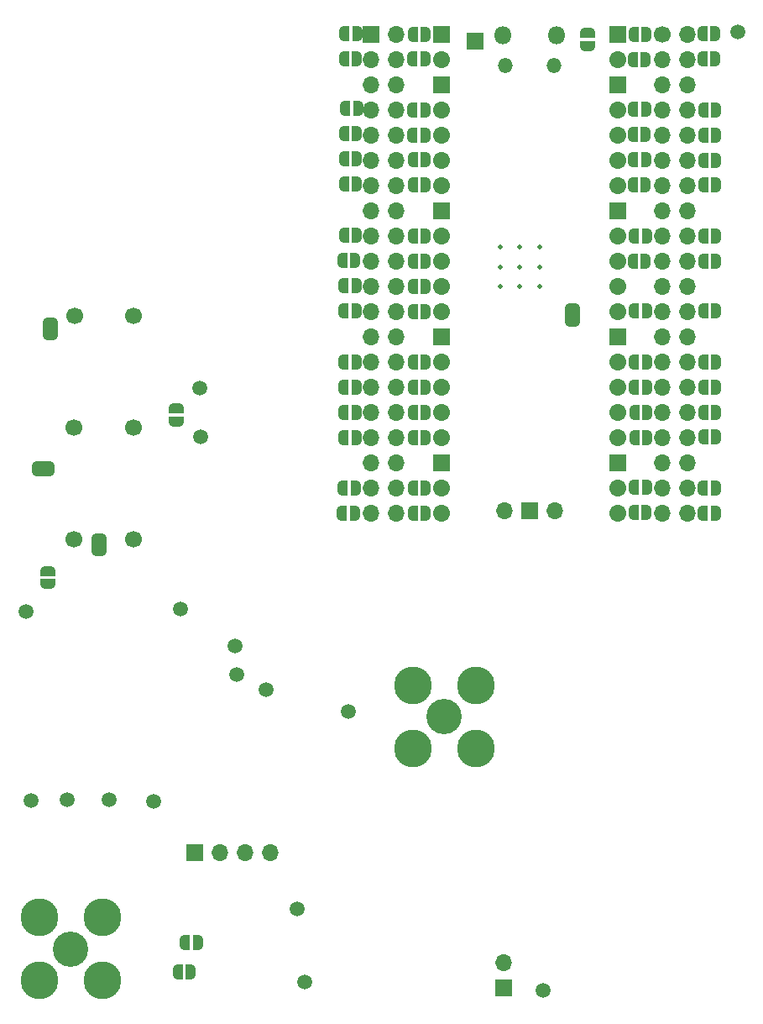
<source format=gbr>
%TF.GenerationSoftware,KiCad,Pcbnew,9.0.7-9.0.7~ubuntu24.04.1*%
%TF.CreationDate,2026-02-03T19:31:40-08:00*%
%TF.ProjectId,Frohne,46726f68-6e65-42e6-9b69-6361645f7063,rev?*%
%TF.SameCoordinates,Original*%
%TF.FileFunction,Soldermask,Bot*%
%TF.FilePolarity,Negative*%
%FSLAX46Y46*%
G04 Gerber Fmt 4.6, Leading zero omitted, Abs format (unit mm)*
G04 Created by KiCad (PCBNEW 9.0.7-9.0.7~ubuntu24.04.1) date 2026-02-03 19:31:40*
%MOMM*%
%LPD*%
G01*
G04 APERTURE LIST*
G04 Aperture macros list*
%AMFreePoly0*
4,1,23,0.500000,-0.750000,0.000000,-0.750000,0.000000,-0.745722,-0.065263,-0.745722,-0.191342,-0.711940,-0.304381,-0.646677,-0.396677,-0.554381,-0.461940,-0.441342,-0.495722,-0.315263,-0.495722,-0.250000,-0.500000,-0.250000,-0.500000,0.250000,-0.495722,0.250000,-0.495722,0.315263,-0.461940,0.441342,-0.396677,0.554381,-0.304381,0.646677,-0.191342,0.711940,-0.065263,0.745722,0.000000,0.745722,
0.000000,0.750000,0.500000,0.750000,0.500000,-0.750000,0.500000,-0.750000,$1*%
%AMFreePoly1*
4,1,23,0.000000,0.745722,0.065263,0.745722,0.191342,0.711940,0.304381,0.646677,0.396677,0.554381,0.461940,0.441342,0.495722,0.315263,0.495722,0.250000,0.500000,0.250000,0.500000,-0.250000,0.495722,-0.250000,0.495722,-0.315263,0.461940,-0.441342,0.396677,-0.554381,0.304381,-0.646677,0.191342,-0.711940,0.065263,-0.745722,0.000000,-0.745722,0.000000,-0.750000,-0.500000,-0.750000,
-0.500000,0.750000,0.000000,0.750000,0.000000,0.745722,0.000000,0.745722,$1*%
G04 Aperture macros list end*
%ADD10C,0.500000*%
%ADD11C,1.500000*%
%ADD12C,3.556000*%
%ADD13C,3.810000*%
%ADD14R,1.700000X1.700000*%
%ADD15O,1.700000X1.700000*%
%ADD16C,1.700000*%
%ADD17O,1.800000X1.800000*%
%ADD18O,1.500000X1.500000*%
%ADD19FreePoly0,180.000000*%
%ADD20FreePoly1,180.000000*%
%ADD21FreePoly0,270.000000*%
%ADD22FreePoly1,270.000000*%
%ADD23FreePoly0,90.000000*%
%ADD24FreePoly1,90.000000*%
G04 APERTURE END LIST*
%TO.C,e3*%
G36*
X104180000Y-62130000D02*
G01*
X105680000Y-62130000D01*
X105680000Y-62430000D01*
X104180000Y-62430000D01*
X104180000Y-62130000D01*
G37*
%TO.C,e5*%
G36*
X109120000Y-83920000D02*
G01*
X110620000Y-83920000D01*
X110620000Y-84220000D01*
X109120000Y-84220000D01*
X109120000Y-83920000D01*
G37*
%TO.C,JP2*%
G36*
X158340000Y-61030000D02*
G01*
X156840000Y-61030000D01*
X156840000Y-60730000D01*
X158340000Y-60730000D01*
X158340000Y-61030000D01*
G37*
%TO.C,e4*%
G36*
X104360000Y-75640000D02*
G01*
X104060000Y-75640000D01*
X104060000Y-77140000D01*
X104360000Y-77140000D01*
X104360000Y-75640000D01*
G37*
%TD*%
D10*
%TO.C,U6*%
X150310000Y-58050000D03*
X152310000Y-58050000D03*
X154310000Y-58050000D03*
X150310000Y-56050000D03*
X152310000Y-56050000D03*
X154310000Y-56050000D03*
X150310000Y-54050000D03*
X152310000Y-54050000D03*
X154310000Y-54050000D03*
%TD*%
D11*
%TO.C,TP1*%
X120060000Y-68290000D03*
%TD*%
D12*
%TO.C,J11*%
X107005000Y-124815000D03*
D13*
X103830000Y-121640000D03*
X103830000Y-127990000D03*
X110180000Y-121640000D03*
X110180000Y-127990000D03*
%TD*%
D11*
%TO.C,TP10*%
X123600000Y-94220000D03*
%TD*%
%TO.C,TP14*%
X103030000Y-109840000D03*
%TD*%
D14*
%TO.C,Je3*%
X119480000Y-115080000D03*
D15*
X122020000Y-115080000D03*
X124560000Y-115080000D03*
X127100000Y-115080000D03*
%TD*%
D14*
%TO.C,J5*%
X150650000Y-128750000D03*
D15*
X150650000Y-126210000D03*
%TD*%
D11*
%TO.C,TP25*%
X174310000Y-32350000D03*
%TD*%
%TO.C,TP12*%
X154660000Y-128960000D03*
%TD*%
D15*
%TO.C,J3*%
X166680000Y-80840000D03*
X169220000Y-80840000D03*
X166680000Y-78300000D03*
X169220000Y-78300000D03*
X166680000Y-75760000D03*
X169220000Y-75760000D03*
X166680000Y-73220000D03*
X169220000Y-73220000D03*
X166680000Y-70680000D03*
X169220000Y-70680000D03*
X166680000Y-68140000D03*
X169220000Y-68140000D03*
X166680000Y-65600000D03*
X169220000Y-65600000D03*
X166680000Y-63060000D03*
X169220000Y-63060000D03*
X166680000Y-60520000D03*
X169220000Y-60520000D03*
X166680000Y-57980000D03*
X169220000Y-57980000D03*
X166680000Y-55440000D03*
X169220000Y-55440000D03*
X166680000Y-52900000D03*
X169220000Y-52900000D03*
X166680000Y-50360000D03*
X169220000Y-50360000D03*
X166680000Y-47820000D03*
X169220000Y-47820000D03*
X166680000Y-45280000D03*
X169220000Y-45280000D03*
X166680000Y-42740000D03*
X169220000Y-42740000D03*
X166680000Y-40200000D03*
X169220000Y-40200000D03*
X166680000Y-37660000D03*
X169220000Y-37660000D03*
X166680000Y-35120000D03*
X169220000Y-35120000D03*
D16*
X166680000Y-32580000D03*
D15*
X169220000Y-32580000D03*
%TD*%
D11*
%TO.C,TP18*%
X102460000Y-90740000D03*
%TD*%
%TO.C,TP2*%
X120110000Y-73130000D03*
%TD*%
D16*
%TO.C,J9*%
X107370000Y-60950000D03*
X113370000Y-60950000D03*
%TD*%
D17*
%TO.C,U3*%
X150565000Y-32730000D03*
D18*
X150865000Y-35760000D03*
X155715000Y-35760000D03*
D17*
X156015000Y-32730000D03*
D15*
X144400000Y-32600000D03*
X144400000Y-35140000D03*
D14*
X144400000Y-37680000D03*
D15*
X144400000Y-40220000D03*
X144400000Y-42760000D03*
X144400000Y-45300000D03*
X144400000Y-47840000D03*
D14*
X144400000Y-50380000D03*
D15*
X144400000Y-52920000D03*
X144400000Y-55460000D03*
X144400000Y-58000000D03*
X144400000Y-60540000D03*
D14*
X144400000Y-63080000D03*
D15*
X144400000Y-65620000D03*
X144400000Y-68160000D03*
X144400000Y-70700000D03*
X144400000Y-73240000D03*
D14*
X144400000Y-75780000D03*
D15*
X144400000Y-78320000D03*
X144400000Y-80860000D03*
X162180000Y-80860000D03*
X162180000Y-78320000D03*
D14*
X162180000Y-75780000D03*
D15*
X162180000Y-73240000D03*
X162180000Y-70700000D03*
X162180000Y-68160000D03*
X162180000Y-65620000D03*
D14*
X162180000Y-63080000D03*
D15*
X162180000Y-60540000D03*
X162180000Y-58000000D03*
X162180000Y-55460000D03*
X162180000Y-52920000D03*
D14*
X162180000Y-50380000D03*
D15*
X162180000Y-47840000D03*
X162180000Y-45300000D03*
X162180000Y-42760000D03*
X162180000Y-40220000D03*
D14*
X162180000Y-37680000D03*
D15*
X162180000Y-35140000D03*
X162180000Y-32600000D03*
X150750000Y-80630000D03*
D14*
X153290000Y-80630000D03*
D15*
X155830000Y-80630000D03*
%TD*%
D11*
%TO.C,TP16*%
X106680000Y-109730000D03*
%TD*%
%TO.C,TP4*%
X126720000Y-98650000D03*
%TD*%
%TO.C,TP11*%
X129820000Y-120730000D03*
%TD*%
%TO.C,TP3*%
X134970000Y-100840000D03*
%TD*%
D14*
%TO.C,J7*%
X147830000Y-33290000D03*
%TD*%
D11*
%TO.C,TP5*%
X123740000Y-97150000D03*
%TD*%
D14*
%TO.C,J4*%
X144400000Y-32600000D03*
D16*
X144400000Y-35140000D03*
X144400000Y-37680000D03*
X144400000Y-40220000D03*
X144400000Y-42760000D03*
X144400000Y-45300000D03*
X144400000Y-47840000D03*
X144400000Y-50380000D03*
X144400000Y-52920000D03*
X144400000Y-55460000D03*
X144400000Y-58000000D03*
X144400000Y-60540000D03*
X144400000Y-63080000D03*
X144400000Y-65620000D03*
X144400000Y-68160000D03*
X144400000Y-70700000D03*
X144400000Y-73240000D03*
X144400000Y-75780000D03*
X144400000Y-78320000D03*
X144400000Y-80860000D03*
%TD*%
D11*
%TO.C,TP17*%
X118110000Y-90560000D03*
%TD*%
D12*
%TO.C,J8*%
X144705000Y-101395000D03*
D13*
X147880000Y-104570000D03*
X147880000Y-98220000D03*
X141530000Y-104570000D03*
X141530000Y-98220000D03*
%TD*%
D11*
%TO.C,TP7*%
X115400000Y-109950000D03*
%TD*%
%TO.C,TP6*%
X110840000Y-109740000D03*
%TD*%
D16*
%TO.C,J10*%
X162180000Y-80860000D03*
X162180000Y-78320000D03*
X162180000Y-75780000D03*
X162180000Y-73240000D03*
X162180000Y-70700000D03*
X162180000Y-68160000D03*
X162180000Y-65620000D03*
X162180000Y-63080000D03*
X162180000Y-60540000D03*
X162180000Y-58000000D03*
X162180000Y-55460000D03*
X162180000Y-52920000D03*
X162180000Y-50380000D03*
X162180000Y-47840000D03*
X162180000Y-45300000D03*
X162180000Y-42760000D03*
X162180000Y-40220000D03*
X162180000Y-37680000D03*
X162180000Y-35140000D03*
D14*
X162180000Y-32600000D03*
%TD*%
D11*
%TO.C,TP26*%
X130570000Y-128120000D03*
%TD*%
D16*
%TO.C,J1*%
X107340000Y-72240000D03*
X113340000Y-72240000D03*
%TD*%
D14*
%TO.C,J2*%
X137310000Y-32606000D03*
D15*
X139850000Y-32606000D03*
X137310000Y-35146000D03*
X139850000Y-35146000D03*
X137310000Y-37686000D03*
X139850000Y-37686000D03*
X137310000Y-40226000D03*
X139850000Y-40226000D03*
X137310000Y-42766000D03*
X139850000Y-42766000D03*
X137310000Y-45306000D03*
X139850000Y-45306000D03*
X137310000Y-47846000D03*
X139850000Y-47846000D03*
X137310000Y-50386000D03*
X139850000Y-50386000D03*
X137310000Y-52926000D03*
X139850000Y-52926000D03*
X137310000Y-55466000D03*
X139850000Y-55466000D03*
X137310000Y-58006000D03*
X139850000Y-58006000D03*
X137310000Y-60546000D03*
X139850000Y-60546000D03*
X137310000Y-63086000D03*
X139850000Y-63086000D03*
X137310000Y-65626000D03*
X139850000Y-65626000D03*
X137310000Y-68166000D03*
X139850000Y-68166000D03*
X137310000Y-70706000D03*
X139850000Y-70706000D03*
X137310000Y-73246000D03*
X139850000Y-73246000D03*
X137310000Y-75786000D03*
X139850000Y-75786000D03*
X137310000Y-78326000D03*
X139850000Y-78326000D03*
X137310000Y-80866000D03*
X139850000Y-80866000D03*
%TD*%
D16*
%TO.C,J12*%
X107330000Y-83520000D03*
X113330000Y-83520000D03*
%TD*%
D19*
%TO.C,JP45*%
X165120000Y-68160000D03*
D20*
X163820000Y-68160000D03*
%TD*%
D19*
%TO.C,JP33*%
X172060000Y-78360000D03*
D20*
X170760000Y-78360000D03*
%TD*%
D19*
%TO.C,JP56*%
X142790000Y-47790000D03*
D20*
X141490000Y-47790000D03*
%TD*%
D19*
%TO.C,JP78*%
X135820000Y-65620000D03*
D20*
X134520000Y-65620000D03*
%TD*%
D19*
%TO.C,JP1*%
X119120000Y-127070000D03*
D20*
X117820000Y-127070000D03*
%TD*%
D21*
%TO.C,e3*%
X104930000Y-61630000D03*
D22*
X104930000Y-62930000D03*
%TD*%
D19*
%TO.C,JP58*%
X142810000Y-55460000D03*
D20*
X141510000Y-55460000D03*
%TD*%
D19*
%TO.C,JP77*%
X135820000Y-60480000D03*
D20*
X134520000Y-60480000D03*
%TD*%
D19*
%TO.C,JP74*%
X135860000Y-52860000D03*
D20*
X134560000Y-52860000D03*
%TD*%
D19*
%TO.C,JP25*%
X172110000Y-47785000D03*
D20*
X170810000Y-47785000D03*
%TD*%
D21*
%TO.C,JP50*%
X159150000Y-32460000D03*
D22*
X159150000Y-33760000D03*
%TD*%
D19*
%TO.C,JP66*%
X142810000Y-80860000D03*
D20*
X141510000Y-80860000D03*
%TD*%
D19*
%TO.C,JP79*%
X135820000Y-68160000D03*
D20*
X134520000Y-68160000D03*
%TD*%
D19*
%TO.C,JP71*%
X135885000Y-42610000D03*
D20*
X134585000Y-42610000D03*
%TD*%
D19*
%TO.C,JP76*%
X135830000Y-57940000D03*
D20*
X134530000Y-57940000D03*
%TD*%
D21*
%TO.C,e5*%
X109870000Y-83420000D03*
D22*
X109870000Y-84720000D03*
%TD*%
D19*
%TO.C,JP31*%
X172135000Y-70685000D03*
D20*
X170835000Y-70685000D03*
%TD*%
D19*
%TO.C,JP83*%
X135660000Y-80860000D03*
D20*
X134360000Y-80860000D03*
%TD*%
D19*
%TO.C,JP44*%
X165120000Y-65610000D03*
D20*
X163820000Y-65610000D03*
%TD*%
D19*
%TO.C,JP27*%
X172085000Y-55460000D03*
D20*
X170785000Y-55460000D03*
%TD*%
D19*
%TO.C,JP70*%
X136010000Y-40060000D03*
D20*
X134710000Y-40060000D03*
%TD*%
D19*
%TO.C,JP57*%
X142810000Y-52920000D03*
D20*
X141510000Y-52920000D03*
%TD*%
D21*
%TO.C,JP18*%
X117640000Y-70310000D03*
D22*
X117640000Y-71610000D03*
%TD*%
D19*
%TO.C,JP63*%
X142810000Y-70700000D03*
D20*
X141510000Y-70700000D03*
%TD*%
D19*
%TO.C,JP73*%
X135885000Y-47685000D03*
D20*
X134585000Y-47685000D03*
%TD*%
D19*
%TO.C,JP55*%
X142800000Y-45250000D03*
D20*
X141500000Y-45250000D03*
%TD*%
D19*
%TO.C,JP41*%
X165120000Y-52930000D03*
D20*
X163820000Y-52930000D03*
%TD*%
D19*
%TO.C,JP80*%
X135820000Y-70700000D03*
D20*
X134520000Y-70700000D03*
%TD*%
D19*
%TO.C,JP43*%
X165120000Y-60510000D03*
D20*
X163820000Y-60510000D03*
%TD*%
D19*
%TO.C,JP39*%
X165040000Y-45220000D03*
D20*
X163740000Y-45220000D03*
%TD*%
D19*
%TO.C,JP26*%
X172085000Y-52910000D03*
D20*
X170785000Y-52910000D03*
%TD*%
D19*
%TO.C,JP67*%
X135910000Y-32560000D03*
D20*
X134610000Y-32560000D03*
%TD*%
D19*
%TO.C,JP29*%
X172110000Y-65610000D03*
D20*
X170810000Y-65610000D03*
%TD*%
D19*
%TO.C,JP34*%
X172060000Y-80910000D03*
D20*
X170760000Y-80910000D03*
%TD*%
D19*
%TO.C,JP49*%
X165090000Y-80820000D03*
D20*
X163790000Y-80820000D03*
%TD*%
D19*
%TO.C,JP36*%
X165020000Y-35140000D03*
D20*
X163720000Y-35140000D03*
%TD*%
D19*
%TO.C,JP40*%
X165000000Y-47760000D03*
D20*
X163700000Y-47760000D03*
%TD*%
D19*
%TO.C,JP65*%
X142810000Y-78320000D03*
D20*
X141510000Y-78320000D03*
%TD*%
D19*
%TO.C,JP28*%
X172085000Y-60510000D03*
D20*
X170785000Y-60510000D03*
%TD*%
D19*
%TO.C,JP68*%
X135885000Y-35060000D03*
D20*
X134585000Y-35060000D03*
%TD*%
D19*
%TO.C,JP32*%
X172135000Y-73210000D03*
D20*
X170835000Y-73210000D03*
%TD*%
D19*
%TO.C,JP30*%
X172135000Y-68160000D03*
D20*
X170835000Y-68160000D03*
%TD*%
D19*
%TO.C,JP42*%
X164990000Y-55460000D03*
D20*
X163690000Y-55460000D03*
%TD*%
D19*
%TO.C,JP54*%
X142780000Y-42750000D03*
D20*
X141480000Y-42750000D03*
%TD*%
D19*
%TO.C,JP51*%
X142840000Y-32590000D03*
D20*
X141540000Y-32590000D03*
%TD*%
D19*
%TO.C,JP62*%
X142810000Y-68160000D03*
D20*
X141510000Y-68160000D03*
%TD*%
D19*
%TO.C,JP53*%
X142780000Y-40250000D03*
D20*
X141480000Y-40250000D03*
%TD*%
D19*
%TO.C,JP60*%
X142810000Y-60540000D03*
D20*
X141510000Y-60540000D03*
%TD*%
D19*
%TO.C,JP47*%
X165180000Y-73250000D03*
D20*
X163880000Y-73250000D03*
%TD*%
D19*
%TO.C,JP72*%
X135885000Y-45160000D03*
D20*
X134585000Y-45160000D03*
%TD*%
D19*
%TO.C,JP38*%
X165010000Y-42710000D03*
D20*
X163710000Y-42710000D03*
%TD*%
D19*
%TO.C,JP46*%
X165180000Y-70720000D03*
D20*
X163880000Y-70720000D03*
%TD*%
D19*
%TO.C,JP61*%
X142810000Y-65620000D03*
D20*
X141510000Y-65620000D03*
%TD*%
D19*
%TO.C,JP81*%
X135820000Y-73240000D03*
D20*
X134520000Y-73240000D03*
%TD*%
D19*
%TO.C,JP64*%
X142810000Y-73240000D03*
D20*
X141510000Y-73240000D03*
%TD*%
D23*
%TO.C,JP2*%
X157590000Y-61530000D03*
D24*
X157590000Y-60230000D03*
%TD*%
D19*
%TO.C,JP48*%
X165130000Y-78280000D03*
D20*
X163830000Y-78280000D03*
%TD*%
D19*
%TO.C,JP75*%
X135710000Y-55410000D03*
D20*
X134410000Y-55410000D03*
%TD*%
D19*
%TO.C,JP24*%
X172135000Y-45285000D03*
D20*
X170835000Y-45285000D03*
%TD*%
D19*
%TO.C,JP52*%
X142780000Y-35100000D03*
D20*
X141480000Y-35100000D03*
%TD*%
D19*
%TO.C,JP23*%
X172135000Y-42735000D03*
D20*
X170835000Y-42735000D03*
%TD*%
D19*
%TO.C,JP22*%
X172135000Y-40210000D03*
D20*
X170835000Y-40210000D03*
%TD*%
D19*
%TO.C,JP59*%
X142810000Y-58000000D03*
D20*
X141510000Y-58000000D03*
%TD*%
D19*
%TO.C,JP37*%
X165040000Y-40110000D03*
D20*
X163740000Y-40110000D03*
%TD*%
D19*
%TO.C,JP82*%
X135735000Y-78310000D03*
D20*
X134435000Y-78310000D03*
%TD*%
D19*
%TO.C,JP21*%
X172035000Y-35060000D03*
D20*
X170735000Y-35060000D03*
%TD*%
D19*
%TO.C,e4*%
X104860000Y-76390000D03*
D20*
X103560000Y-76390000D03*
%TD*%
D19*
%TO.C,JP20*%
X172035000Y-32535000D03*
D20*
X170735000Y-32535000D03*
%TD*%
D19*
%TO.C,JP35*%
X165100000Y-32590000D03*
D20*
X163800000Y-32590000D03*
%TD*%
D19*
%TO.C,JP88*%
X119840000Y-124100000D03*
D20*
X118540000Y-124100000D03*
%TD*%
D23*
%TO.C,JP19*%
X104670000Y-87980000D03*
D24*
X104670000Y-86680000D03*
%TD*%
M02*

</source>
